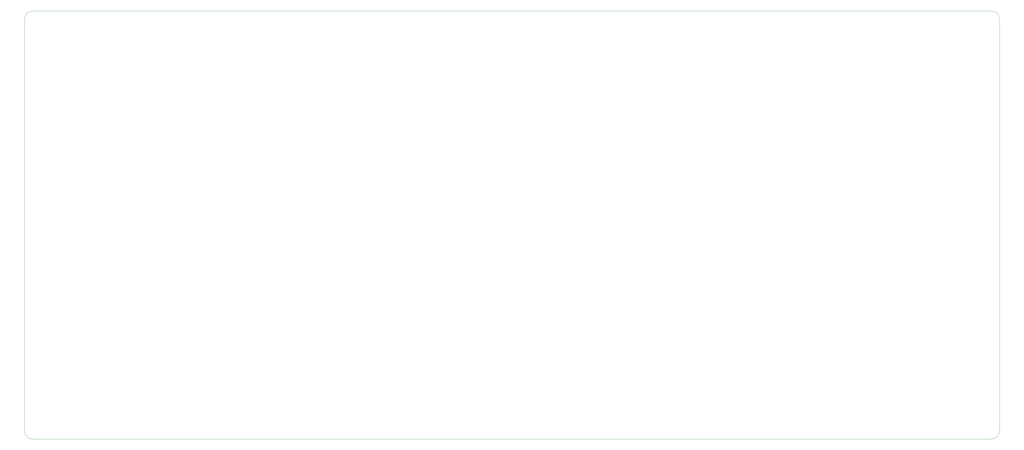
<source format=gm1>
G04 #@! TF.GenerationSoftware,KiCad,Pcbnew,(5.1.9)-1*
G04 #@! TF.CreationDate,2021-05-22T18:24:18+01:00*
G04 #@! TF.ProjectId,ENV_KB-Back,454e565f-4b42-42d4-9261-636b2e6b6963,Rev.1*
G04 #@! TF.SameCoordinates,Original*
G04 #@! TF.FileFunction,Profile,NP*
%FSLAX46Y46*%
G04 Gerber Fmt 4.6, Leading zero omitted, Abs format (unit mm)*
G04 Created by KiCad (PCBNEW (5.1.9)-1) date 2021-05-22 18:24:18*
%MOMM*%
%LPD*%
G01*
G04 APERTURE LIST*
G04 #@! TA.AperFunction,Profile*
%ADD10C,0.100000*%
G04 #@! TD*
G04 APERTURE END LIST*
D10*
X389525000Y-62685000D02*
X389525000Y-212785000D01*
X386525000Y-59685000D02*
G75*
G02*
X389525000Y-62685000I0J-3000000D01*
G01*
X34925000Y-62685000D02*
G75*
G02*
X37925000Y-59685000I3000000J0D01*
G01*
X37925000Y-215785000D02*
G75*
G02*
X34925000Y-212785000I0J3000000D01*
G01*
X389525000Y-212785000D02*
G75*
G02*
X386525000Y-215785000I-3000000J0D01*
G01*
X37925000Y-59685000D02*
X386525000Y-59685000D01*
X34925000Y-212785000D02*
X34925000Y-62685000D01*
X386525000Y-215785000D02*
X37925000Y-215785000D01*
M02*

</source>
